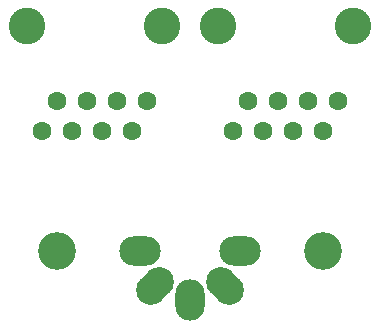
<source format=gbr>
%TF.GenerationSoftware,KiCad,Pcbnew,(6.0.11)*%
%TF.CreationDate,2024-01-24T22:10:28+00:00*%
%TF.ProjectId,Econet_RJ45_Mini,45636f6e-6574-45f5-924a-34355f4d696e,rev?*%
%TF.SameCoordinates,Original*%
%TF.FileFunction,Soldermask,Top*%
%TF.FilePolarity,Negative*%
%FSLAX46Y46*%
G04 Gerber Fmt 4.6, Leading zero omitted, Abs format (unit mm)*
G04 Created by KiCad (PCBNEW (6.0.11)) date 2024-01-24 22:10:28*
%MOMM*%
%LPD*%
G01*
G04 APERTURE LIST*
G04 Aperture macros list*
%AMHorizOval*
0 Thick line with rounded ends*
0 $1 width*
0 $2 $3 position (X,Y) of the first rounded end (center of the circle)*
0 $4 $5 position (X,Y) of the second rounded end (center of the circle)*
0 Add line between two ends*
20,1,$1,$2,$3,$4,$5,0*
0 Add two circle primitives to create the rounded ends*
1,1,$1,$2,$3*
1,1,$1,$4,$5*%
G04 Aperture macros list end*
%ADD10C,3.200000*%
%ADD11C,3.100000*%
%ADD12C,1.600000*%
%ADD13O,3.500000X2.500000*%
%ADD14O,2.500000X3.500000*%
%ADD15HorizOval,2.500000X0.353553X-0.353553X-0.353553X0.353553X0*%
%ADD16HorizOval,2.500000X-0.353553X-0.353553X0.353553X0.353553X0*%
G04 APERTURE END LIST*
D10*
%TO.C,H2*%
X177259823Y-66360000D03*
%TD*%
D11*
%TO.C,J2*%
X179799816Y-47305340D03*
X168369816Y-47305340D03*
D12*
X178529820Y-53655338D03*
X177259823Y-56195331D03*
X175989819Y-53655338D03*
X174719822Y-56195331D03*
X173449818Y-53655338D03*
X172179821Y-56195331D03*
X170909817Y-53655338D03*
X169639816Y-56195331D03*
%TD*%
D10*
%TO.C,H1*%
X154729817Y-66360000D03*
%TD*%
D11*
%TO.C,J1*%
X163619816Y-47305340D03*
X152189816Y-47305340D03*
D12*
X162349820Y-53655338D03*
X161079823Y-56195331D03*
X159809819Y-53655338D03*
X158539822Y-56195331D03*
X157269818Y-53655338D03*
X155999821Y-56195331D03*
X154729817Y-53655338D03*
X153459816Y-56195331D03*
%TD*%
D13*
%TO.C,J3*%
X170150000Y-66360000D03*
D14*
X165950000Y-70560000D03*
D13*
X161750000Y-66360000D03*
D15*
X168914975Y-69324975D03*
D16*
X162985025Y-69324975D03*
%TD*%
M02*

</source>
